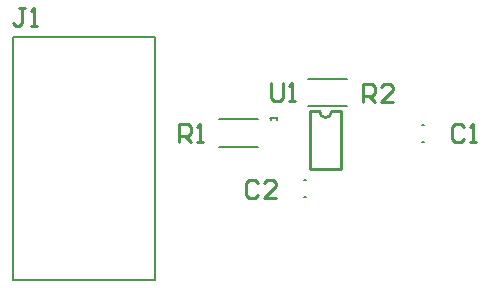
<source format=gto>
G04*
G04 #@! TF.GenerationSoftware,Altium Limited,Altium Designer,24.8.2 (39)*
G04*
G04 Layer_Color=65535*
%FSLAX44Y44*%
%MOMM*%
G71*
G04*
G04 #@! TF.SameCoordinates,27CDC404-796B-4BEE-BB71-1A0BAB082429*
G04*
G04*
G04 #@! TF.FilePolarity,Positive*
G04*
G01*
G75*
%ADD10C,0.2540*%
%ADD11C,0.2000*%
%ADD12C,0.1270*%
D10*
X277241Y159258D02*
G03*
X287401Y159258I5080J0D01*
G01*
X287782D02*
X295402D01*
Y110236D02*
Y159258D01*
X269240Y110236D02*
X295402D01*
X269240Y159258D02*
X276860D01*
X269240Y110236D02*
Y159258D01*
X27937Y247137D02*
X22858D01*
X25398D01*
Y234441D01*
X22858Y231902D01*
X20319D01*
X17780Y234441D01*
X33015Y231902D02*
X38093D01*
X35554D01*
Y247137D01*
X33015Y244598D01*
X236220Y183383D02*
Y170687D01*
X238759Y168148D01*
X243838D01*
X246377Y170687D01*
Y183383D01*
X251455Y168148D02*
X256533D01*
X253994D01*
Y183383D01*
X251455Y180844D01*
X313690Y167640D02*
Y182875D01*
X321307D01*
X323847Y180336D01*
Y175257D01*
X321307Y172718D01*
X313690D01*
X318768D02*
X323847Y167640D01*
X339082D02*
X328925D01*
X339082Y177797D01*
Y180336D01*
X336543Y182875D01*
X331464D01*
X328925Y180336D01*
X158242Y133350D02*
Y148585D01*
X165860D01*
X168399Y146046D01*
Y140968D01*
X165860Y138428D01*
X158242D01*
X163320D02*
X168399Y133350D01*
X173477D02*
X178555D01*
X176016D01*
Y148585D01*
X173477Y146046D01*
X225295Y99056D02*
X222756Y101595D01*
X217677D01*
X215138Y99056D01*
Y88899D01*
X217677Y86360D01*
X222756D01*
X225295Y88899D01*
X240530Y86360D02*
X230373D01*
X240530Y96517D01*
Y99056D01*
X237991Y101595D01*
X232912D01*
X230373Y99056D01*
X399285Y146046D02*
X396745Y148585D01*
X391667D01*
X389128Y146046D01*
Y135889D01*
X391667Y133350D01*
X396745D01*
X399285Y135889D01*
X404363Y133350D02*
X409441D01*
X406902D01*
Y148585D01*
X404363Y146046D01*
D11*
X137470Y16630D02*
Y222130D01*
X17470Y16630D02*
X137470D01*
X17470Y222130D02*
X137470D01*
X17470Y16630D02*
Y222130D01*
X363740Y133720D02*
X365240D01*
X363740Y148220D02*
X365240D01*
X267083Y187041D02*
X300145D01*
X267083Y163479D02*
X300145D01*
X192153Y152751D02*
X225215D01*
X192153Y129189D02*
X225215D01*
X264320Y86730D02*
X265820D01*
X264320Y101230D02*
X265820D01*
D12*
X241300Y152400D02*
Y154516D01*
Y153458D01*
X234952D01*
X236010Y152400D01*
M02*

</source>
